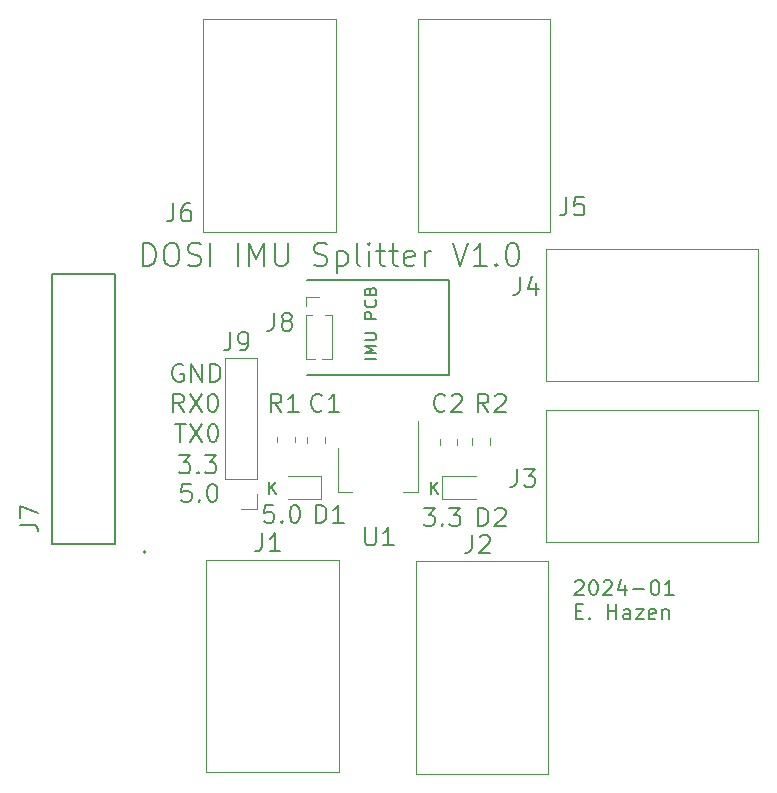
<source format=gbr>
%TF.GenerationSoftware,KiCad,Pcbnew,7.0.10-7.0.10~ubuntu22.04.1*%
%TF.CreationDate,2024-01-24T10:38:26-05:00*%
%TF.ProjectId,imu-splitter,696d752d-7370-46c6-9974-7465722e6b69,rev?*%
%TF.SameCoordinates,Original*%
%TF.FileFunction,Legend,Top*%
%TF.FilePolarity,Positive*%
%FSLAX46Y46*%
G04 Gerber Fmt 4.6, Leading zero omitted, Abs format (unit mm)*
G04 Created by KiCad (PCBNEW 7.0.10-7.0.10~ubuntu22.04.1) date 2024-01-24 10:38:26*
%MOMM*%
%LPD*%
G01*
G04 APERTURE LIST*
%ADD10C,0.152400*%
%ADD11C,0.203200*%
%ADD12C,0.150000*%
%ADD13C,0.100000*%
%ADD14C,0.120000*%
%ADD15C,0.200000*%
G04 APERTURE END LIST*
D10*
X206689167Y-117496903D02*
X206749643Y-117436427D01*
X206749643Y-117436427D02*
X206870596Y-117375951D01*
X206870596Y-117375951D02*
X207172977Y-117375951D01*
X207172977Y-117375951D02*
X207293929Y-117436427D01*
X207293929Y-117436427D02*
X207354405Y-117496903D01*
X207354405Y-117496903D02*
X207414882Y-117617855D01*
X207414882Y-117617855D02*
X207414882Y-117738808D01*
X207414882Y-117738808D02*
X207354405Y-117920236D01*
X207354405Y-117920236D02*
X206628691Y-118645951D01*
X206628691Y-118645951D02*
X207414882Y-118645951D01*
X208201072Y-117375951D02*
X208322025Y-117375951D01*
X208322025Y-117375951D02*
X208442977Y-117436427D01*
X208442977Y-117436427D02*
X208503453Y-117496903D01*
X208503453Y-117496903D02*
X208563929Y-117617855D01*
X208563929Y-117617855D02*
X208624406Y-117859760D01*
X208624406Y-117859760D02*
X208624406Y-118162141D01*
X208624406Y-118162141D02*
X208563929Y-118404046D01*
X208563929Y-118404046D02*
X208503453Y-118524998D01*
X208503453Y-118524998D02*
X208442977Y-118585475D01*
X208442977Y-118585475D02*
X208322025Y-118645951D01*
X208322025Y-118645951D02*
X208201072Y-118645951D01*
X208201072Y-118645951D02*
X208080120Y-118585475D01*
X208080120Y-118585475D02*
X208019644Y-118524998D01*
X208019644Y-118524998D02*
X207959167Y-118404046D01*
X207959167Y-118404046D02*
X207898691Y-118162141D01*
X207898691Y-118162141D02*
X207898691Y-117859760D01*
X207898691Y-117859760D02*
X207959167Y-117617855D01*
X207959167Y-117617855D02*
X208019644Y-117496903D01*
X208019644Y-117496903D02*
X208080120Y-117436427D01*
X208080120Y-117436427D02*
X208201072Y-117375951D01*
X209108215Y-117496903D02*
X209168691Y-117436427D01*
X209168691Y-117436427D02*
X209289644Y-117375951D01*
X209289644Y-117375951D02*
X209592025Y-117375951D01*
X209592025Y-117375951D02*
X209712977Y-117436427D01*
X209712977Y-117436427D02*
X209773453Y-117496903D01*
X209773453Y-117496903D02*
X209833930Y-117617855D01*
X209833930Y-117617855D02*
X209833930Y-117738808D01*
X209833930Y-117738808D02*
X209773453Y-117920236D01*
X209773453Y-117920236D02*
X209047739Y-118645951D01*
X209047739Y-118645951D02*
X209833930Y-118645951D01*
X210922501Y-117799284D02*
X210922501Y-118645951D01*
X210620120Y-117315475D02*
X210317739Y-118222617D01*
X210317739Y-118222617D02*
X211103930Y-118222617D01*
X211587739Y-118162141D02*
X212555359Y-118162141D01*
X213402025Y-117375951D02*
X213522978Y-117375951D01*
X213522978Y-117375951D02*
X213643930Y-117436427D01*
X213643930Y-117436427D02*
X213704406Y-117496903D01*
X213704406Y-117496903D02*
X213764882Y-117617855D01*
X213764882Y-117617855D02*
X213825359Y-117859760D01*
X213825359Y-117859760D02*
X213825359Y-118162141D01*
X213825359Y-118162141D02*
X213764882Y-118404046D01*
X213764882Y-118404046D02*
X213704406Y-118524998D01*
X213704406Y-118524998D02*
X213643930Y-118585475D01*
X213643930Y-118585475D02*
X213522978Y-118645951D01*
X213522978Y-118645951D02*
X213402025Y-118645951D01*
X213402025Y-118645951D02*
X213281073Y-118585475D01*
X213281073Y-118585475D02*
X213220597Y-118524998D01*
X213220597Y-118524998D02*
X213160120Y-118404046D01*
X213160120Y-118404046D02*
X213099644Y-118162141D01*
X213099644Y-118162141D02*
X213099644Y-117859760D01*
X213099644Y-117859760D02*
X213160120Y-117617855D01*
X213160120Y-117617855D02*
X213220597Y-117496903D01*
X213220597Y-117496903D02*
X213281073Y-117436427D01*
X213281073Y-117436427D02*
X213402025Y-117375951D01*
X215034883Y-118645951D02*
X214309168Y-118645951D01*
X214672025Y-118645951D02*
X214672025Y-117375951D01*
X214672025Y-117375951D02*
X214551073Y-117557379D01*
X214551073Y-117557379D02*
X214430121Y-117678332D01*
X214430121Y-117678332D02*
X214309168Y-117738808D01*
X206749643Y-120025413D02*
X207172977Y-120025413D01*
X207354405Y-120690651D02*
X206749643Y-120690651D01*
X206749643Y-120690651D02*
X206749643Y-119420651D01*
X206749643Y-119420651D02*
X207354405Y-119420651D01*
X207898691Y-120569698D02*
X207959168Y-120630175D01*
X207959168Y-120630175D02*
X207898691Y-120690651D01*
X207898691Y-120690651D02*
X207838215Y-120630175D01*
X207838215Y-120630175D02*
X207898691Y-120569698D01*
X207898691Y-120569698D02*
X207898691Y-120690651D01*
X209471072Y-120690651D02*
X209471072Y-119420651D01*
X209471072Y-120025413D02*
X210196787Y-120025413D01*
X210196787Y-120690651D02*
X210196787Y-119420651D01*
X211345834Y-120690651D02*
X211345834Y-120025413D01*
X211345834Y-120025413D02*
X211285358Y-119904460D01*
X211285358Y-119904460D02*
X211164406Y-119843984D01*
X211164406Y-119843984D02*
X210922501Y-119843984D01*
X210922501Y-119843984D02*
X210801548Y-119904460D01*
X211345834Y-120630175D02*
X211224882Y-120690651D01*
X211224882Y-120690651D02*
X210922501Y-120690651D01*
X210922501Y-120690651D02*
X210801548Y-120630175D01*
X210801548Y-120630175D02*
X210741072Y-120509222D01*
X210741072Y-120509222D02*
X210741072Y-120388270D01*
X210741072Y-120388270D02*
X210801548Y-120267317D01*
X210801548Y-120267317D02*
X210922501Y-120206841D01*
X210922501Y-120206841D02*
X211224882Y-120206841D01*
X211224882Y-120206841D02*
X211345834Y-120146365D01*
X211829644Y-119843984D02*
X212494882Y-119843984D01*
X212494882Y-119843984D02*
X211829644Y-120690651D01*
X211829644Y-120690651D02*
X212494882Y-120690651D01*
X213462501Y-120630175D02*
X213341549Y-120690651D01*
X213341549Y-120690651D02*
X213099644Y-120690651D01*
X213099644Y-120690651D02*
X212978691Y-120630175D01*
X212978691Y-120630175D02*
X212918215Y-120509222D01*
X212918215Y-120509222D02*
X212918215Y-120025413D01*
X212918215Y-120025413D02*
X212978691Y-119904460D01*
X212978691Y-119904460D02*
X213099644Y-119843984D01*
X213099644Y-119843984D02*
X213341549Y-119843984D01*
X213341549Y-119843984D02*
X213462501Y-119904460D01*
X213462501Y-119904460D02*
X213522977Y-120025413D01*
X213522977Y-120025413D02*
X213522977Y-120146365D01*
X213522977Y-120146365D02*
X212918215Y-120267317D01*
X214067262Y-119843984D02*
X214067262Y-120690651D01*
X214067262Y-119964936D02*
X214127739Y-119904460D01*
X214127739Y-119904460D02*
X214248691Y-119843984D01*
X214248691Y-119843984D02*
X214430120Y-119843984D01*
X214430120Y-119843984D02*
X214551072Y-119904460D01*
X214551072Y-119904460D02*
X214611548Y-120025413D01*
X214611548Y-120025413D02*
X214611548Y-120690651D01*
D11*
X170104255Y-90765297D02*
X170104255Y-88860297D01*
X170104255Y-88860297D02*
X170557826Y-88860297D01*
X170557826Y-88860297D02*
X170829969Y-88951011D01*
X170829969Y-88951011D02*
X171011398Y-89132440D01*
X171011398Y-89132440D02*
X171102112Y-89313868D01*
X171102112Y-89313868D02*
X171192826Y-89676725D01*
X171192826Y-89676725D02*
X171192826Y-89948868D01*
X171192826Y-89948868D02*
X171102112Y-90311725D01*
X171102112Y-90311725D02*
X171011398Y-90493154D01*
X171011398Y-90493154D02*
X170829969Y-90674583D01*
X170829969Y-90674583D02*
X170557826Y-90765297D01*
X170557826Y-90765297D02*
X170104255Y-90765297D01*
X172372112Y-88860297D02*
X172734969Y-88860297D01*
X172734969Y-88860297D02*
X172916398Y-88951011D01*
X172916398Y-88951011D02*
X173097826Y-89132440D01*
X173097826Y-89132440D02*
X173188541Y-89495297D01*
X173188541Y-89495297D02*
X173188541Y-90130297D01*
X173188541Y-90130297D02*
X173097826Y-90493154D01*
X173097826Y-90493154D02*
X172916398Y-90674583D01*
X172916398Y-90674583D02*
X172734969Y-90765297D01*
X172734969Y-90765297D02*
X172372112Y-90765297D01*
X172372112Y-90765297D02*
X172190684Y-90674583D01*
X172190684Y-90674583D02*
X172009255Y-90493154D01*
X172009255Y-90493154D02*
X171918541Y-90130297D01*
X171918541Y-90130297D02*
X171918541Y-89495297D01*
X171918541Y-89495297D02*
X172009255Y-89132440D01*
X172009255Y-89132440D02*
X172190684Y-88951011D01*
X172190684Y-88951011D02*
X172372112Y-88860297D01*
X173914255Y-90674583D02*
X174186398Y-90765297D01*
X174186398Y-90765297D02*
X174639969Y-90765297D01*
X174639969Y-90765297D02*
X174821398Y-90674583D01*
X174821398Y-90674583D02*
X174912112Y-90583868D01*
X174912112Y-90583868D02*
X175002826Y-90402440D01*
X175002826Y-90402440D02*
X175002826Y-90221011D01*
X175002826Y-90221011D02*
X174912112Y-90039583D01*
X174912112Y-90039583D02*
X174821398Y-89948868D01*
X174821398Y-89948868D02*
X174639969Y-89858154D01*
X174639969Y-89858154D02*
X174277112Y-89767440D01*
X174277112Y-89767440D02*
X174095683Y-89676725D01*
X174095683Y-89676725D02*
X174004969Y-89586011D01*
X174004969Y-89586011D02*
X173914255Y-89404583D01*
X173914255Y-89404583D02*
X173914255Y-89223154D01*
X173914255Y-89223154D02*
X174004969Y-89041725D01*
X174004969Y-89041725D02*
X174095683Y-88951011D01*
X174095683Y-88951011D02*
X174277112Y-88860297D01*
X174277112Y-88860297D02*
X174730683Y-88860297D01*
X174730683Y-88860297D02*
X175002826Y-88951011D01*
X175819255Y-90765297D02*
X175819255Y-88860297D01*
X178177827Y-90765297D02*
X178177827Y-88860297D01*
X179084970Y-90765297D02*
X179084970Y-88860297D01*
X179084970Y-88860297D02*
X179719970Y-90221011D01*
X179719970Y-90221011D02*
X180354970Y-88860297D01*
X180354970Y-88860297D02*
X180354970Y-90765297D01*
X181262113Y-88860297D02*
X181262113Y-90402440D01*
X181262113Y-90402440D02*
X181352827Y-90583868D01*
X181352827Y-90583868D02*
X181443542Y-90674583D01*
X181443542Y-90674583D02*
X181624970Y-90765297D01*
X181624970Y-90765297D02*
X181987827Y-90765297D01*
X181987827Y-90765297D02*
X182169256Y-90674583D01*
X182169256Y-90674583D02*
X182259970Y-90583868D01*
X182259970Y-90583868D02*
X182350684Y-90402440D01*
X182350684Y-90402440D02*
X182350684Y-88860297D01*
X184618542Y-90674583D02*
X184890685Y-90765297D01*
X184890685Y-90765297D02*
X185344256Y-90765297D01*
X185344256Y-90765297D02*
X185525685Y-90674583D01*
X185525685Y-90674583D02*
X185616399Y-90583868D01*
X185616399Y-90583868D02*
X185707113Y-90402440D01*
X185707113Y-90402440D02*
X185707113Y-90221011D01*
X185707113Y-90221011D02*
X185616399Y-90039583D01*
X185616399Y-90039583D02*
X185525685Y-89948868D01*
X185525685Y-89948868D02*
X185344256Y-89858154D01*
X185344256Y-89858154D02*
X184981399Y-89767440D01*
X184981399Y-89767440D02*
X184799970Y-89676725D01*
X184799970Y-89676725D02*
X184709256Y-89586011D01*
X184709256Y-89586011D02*
X184618542Y-89404583D01*
X184618542Y-89404583D02*
X184618542Y-89223154D01*
X184618542Y-89223154D02*
X184709256Y-89041725D01*
X184709256Y-89041725D02*
X184799970Y-88951011D01*
X184799970Y-88951011D02*
X184981399Y-88860297D01*
X184981399Y-88860297D02*
X185434970Y-88860297D01*
X185434970Y-88860297D02*
X185707113Y-88951011D01*
X186523542Y-89495297D02*
X186523542Y-91400297D01*
X186523542Y-89586011D02*
X186704971Y-89495297D01*
X186704971Y-89495297D02*
X187067828Y-89495297D01*
X187067828Y-89495297D02*
X187249256Y-89586011D01*
X187249256Y-89586011D02*
X187339971Y-89676725D01*
X187339971Y-89676725D02*
X187430685Y-89858154D01*
X187430685Y-89858154D02*
X187430685Y-90402440D01*
X187430685Y-90402440D02*
X187339971Y-90583868D01*
X187339971Y-90583868D02*
X187249256Y-90674583D01*
X187249256Y-90674583D02*
X187067828Y-90765297D01*
X187067828Y-90765297D02*
X186704971Y-90765297D01*
X186704971Y-90765297D02*
X186523542Y-90674583D01*
X188519256Y-90765297D02*
X188337827Y-90674583D01*
X188337827Y-90674583D02*
X188247113Y-90493154D01*
X188247113Y-90493154D02*
X188247113Y-88860297D01*
X189244970Y-90765297D02*
X189244970Y-89495297D01*
X189244970Y-88860297D02*
X189154256Y-88951011D01*
X189154256Y-88951011D02*
X189244970Y-89041725D01*
X189244970Y-89041725D02*
X189335684Y-88951011D01*
X189335684Y-88951011D02*
X189244970Y-88860297D01*
X189244970Y-88860297D02*
X189244970Y-89041725D01*
X189879970Y-89495297D02*
X190605684Y-89495297D01*
X190152113Y-88860297D02*
X190152113Y-90493154D01*
X190152113Y-90493154D02*
X190242827Y-90674583D01*
X190242827Y-90674583D02*
X190424256Y-90765297D01*
X190424256Y-90765297D02*
X190605684Y-90765297D01*
X190968541Y-89495297D02*
X191694255Y-89495297D01*
X191240684Y-88860297D02*
X191240684Y-90493154D01*
X191240684Y-90493154D02*
X191331398Y-90674583D01*
X191331398Y-90674583D02*
X191512827Y-90765297D01*
X191512827Y-90765297D02*
X191694255Y-90765297D01*
X193054969Y-90674583D02*
X192873541Y-90765297D01*
X192873541Y-90765297D02*
X192510684Y-90765297D01*
X192510684Y-90765297D02*
X192329255Y-90674583D01*
X192329255Y-90674583D02*
X192238541Y-90493154D01*
X192238541Y-90493154D02*
X192238541Y-89767440D01*
X192238541Y-89767440D02*
X192329255Y-89586011D01*
X192329255Y-89586011D02*
X192510684Y-89495297D01*
X192510684Y-89495297D02*
X192873541Y-89495297D01*
X192873541Y-89495297D02*
X193054969Y-89586011D01*
X193054969Y-89586011D02*
X193145684Y-89767440D01*
X193145684Y-89767440D02*
X193145684Y-89948868D01*
X193145684Y-89948868D02*
X192238541Y-90130297D01*
X193962112Y-90765297D02*
X193962112Y-89495297D01*
X193962112Y-89858154D02*
X194052826Y-89676725D01*
X194052826Y-89676725D02*
X194143541Y-89586011D01*
X194143541Y-89586011D02*
X194324969Y-89495297D01*
X194324969Y-89495297D02*
X194506398Y-89495297D01*
X196320684Y-88860297D02*
X196955684Y-90765297D01*
X196955684Y-90765297D02*
X197590684Y-88860297D01*
X199223541Y-90765297D02*
X198134970Y-90765297D01*
X198679255Y-90765297D02*
X198679255Y-88860297D01*
X198679255Y-88860297D02*
X198497827Y-89132440D01*
X198497827Y-89132440D02*
X198316398Y-89313868D01*
X198316398Y-89313868D02*
X198134970Y-89404583D01*
X200039970Y-90583868D02*
X200130684Y-90674583D01*
X200130684Y-90674583D02*
X200039970Y-90765297D01*
X200039970Y-90765297D02*
X199949256Y-90674583D01*
X199949256Y-90674583D02*
X200039970Y-90583868D01*
X200039970Y-90583868D02*
X200039970Y-90765297D01*
X201309970Y-88860297D02*
X201491399Y-88860297D01*
X201491399Y-88860297D02*
X201672827Y-88951011D01*
X201672827Y-88951011D02*
X201763542Y-89041725D01*
X201763542Y-89041725D02*
X201854256Y-89223154D01*
X201854256Y-89223154D02*
X201944970Y-89586011D01*
X201944970Y-89586011D02*
X201944970Y-90039583D01*
X201944970Y-90039583D02*
X201854256Y-90402440D01*
X201854256Y-90402440D02*
X201763542Y-90583868D01*
X201763542Y-90583868D02*
X201672827Y-90674583D01*
X201672827Y-90674583D02*
X201491399Y-90765297D01*
X201491399Y-90765297D02*
X201309970Y-90765297D01*
X201309970Y-90765297D02*
X201128542Y-90674583D01*
X201128542Y-90674583D02*
X201037827Y-90583868D01*
X201037827Y-90583868D02*
X200947113Y-90402440D01*
X200947113Y-90402440D02*
X200856399Y-90039583D01*
X200856399Y-90039583D02*
X200856399Y-89586011D01*
X200856399Y-89586011D02*
X200947113Y-89223154D01*
X200947113Y-89223154D02*
X201037827Y-89041725D01*
X201037827Y-89041725D02*
X201128542Y-88951011D01*
X201128542Y-88951011D02*
X201309970Y-88860297D01*
X181153255Y-111004924D02*
X180427541Y-111004924D01*
X180427541Y-111004924D02*
X180354969Y-111730638D01*
X180354969Y-111730638D02*
X180427541Y-111658067D01*
X180427541Y-111658067D02*
X180572684Y-111585495D01*
X180572684Y-111585495D02*
X180935541Y-111585495D01*
X180935541Y-111585495D02*
X181080684Y-111658067D01*
X181080684Y-111658067D02*
X181153255Y-111730638D01*
X181153255Y-111730638D02*
X181225826Y-111875781D01*
X181225826Y-111875781D02*
X181225826Y-112238638D01*
X181225826Y-112238638D02*
X181153255Y-112383781D01*
X181153255Y-112383781D02*
X181080684Y-112456353D01*
X181080684Y-112456353D02*
X180935541Y-112528924D01*
X180935541Y-112528924D02*
X180572684Y-112528924D01*
X180572684Y-112528924D02*
X180427541Y-112456353D01*
X180427541Y-112456353D02*
X180354969Y-112383781D01*
X181878970Y-112383781D02*
X181951541Y-112456353D01*
X181951541Y-112456353D02*
X181878970Y-112528924D01*
X181878970Y-112528924D02*
X181806398Y-112456353D01*
X181806398Y-112456353D02*
X181878970Y-112383781D01*
X181878970Y-112383781D02*
X181878970Y-112528924D01*
X182894969Y-111004924D02*
X183040112Y-111004924D01*
X183040112Y-111004924D02*
X183185255Y-111077495D01*
X183185255Y-111077495D02*
X183257827Y-111150067D01*
X183257827Y-111150067D02*
X183330398Y-111295210D01*
X183330398Y-111295210D02*
X183402969Y-111585495D01*
X183402969Y-111585495D02*
X183402969Y-111948353D01*
X183402969Y-111948353D02*
X183330398Y-112238638D01*
X183330398Y-112238638D02*
X183257827Y-112383781D01*
X183257827Y-112383781D02*
X183185255Y-112456353D01*
X183185255Y-112456353D02*
X183040112Y-112528924D01*
X183040112Y-112528924D02*
X182894969Y-112528924D01*
X182894969Y-112528924D02*
X182749827Y-112456353D01*
X182749827Y-112456353D02*
X182677255Y-112383781D01*
X182677255Y-112383781D02*
X182604684Y-112238638D01*
X182604684Y-112238638D02*
X182532112Y-111948353D01*
X182532112Y-111948353D02*
X182532112Y-111585495D01*
X182532112Y-111585495D02*
X182604684Y-111295210D01*
X182604684Y-111295210D02*
X182677255Y-111150067D01*
X182677255Y-111150067D02*
X182749827Y-111077495D01*
X182749827Y-111077495D02*
X182894969Y-111004924D01*
X193871398Y-111258924D02*
X194814826Y-111258924D01*
X194814826Y-111258924D02*
X194306826Y-111839495D01*
X194306826Y-111839495D02*
X194524541Y-111839495D01*
X194524541Y-111839495D02*
X194669684Y-111912067D01*
X194669684Y-111912067D02*
X194742255Y-111984638D01*
X194742255Y-111984638D02*
X194814826Y-112129781D01*
X194814826Y-112129781D02*
X194814826Y-112492638D01*
X194814826Y-112492638D02*
X194742255Y-112637781D01*
X194742255Y-112637781D02*
X194669684Y-112710353D01*
X194669684Y-112710353D02*
X194524541Y-112782924D01*
X194524541Y-112782924D02*
X194089112Y-112782924D01*
X194089112Y-112782924D02*
X193943969Y-112710353D01*
X193943969Y-112710353D02*
X193871398Y-112637781D01*
X195467970Y-112637781D02*
X195540541Y-112710353D01*
X195540541Y-112710353D02*
X195467970Y-112782924D01*
X195467970Y-112782924D02*
X195395398Y-112710353D01*
X195395398Y-112710353D02*
X195467970Y-112637781D01*
X195467970Y-112637781D02*
X195467970Y-112782924D01*
X196048541Y-111258924D02*
X196991969Y-111258924D01*
X196991969Y-111258924D02*
X196483969Y-111839495D01*
X196483969Y-111839495D02*
X196701684Y-111839495D01*
X196701684Y-111839495D02*
X196846827Y-111912067D01*
X196846827Y-111912067D02*
X196919398Y-111984638D01*
X196919398Y-111984638D02*
X196991969Y-112129781D01*
X196991969Y-112129781D02*
X196991969Y-112492638D01*
X196991969Y-112492638D02*
X196919398Y-112637781D01*
X196919398Y-112637781D02*
X196846827Y-112710353D01*
X196846827Y-112710353D02*
X196701684Y-112782924D01*
X196701684Y-112782924D02*
X196266255Y-112782924D01*
X196266255Y-112782924D02*
X196121112Y-112710353D01*
X196121112Y-112710353D02*
X196048541Y-112637781D01*
D12*
X196000000Y-100000000D02*
X184000000Y-100000000D01*
X196000000Y-92000000D02*
X196000000Y-100000000D01*
X184000000Y-92000000D02*
X196000000Y-92000000D01*
D11*
X172843826Y-104146924D02*
X173714684Y-104146924D01*
X173279255Y-105670924D02*
X173279255Y-104146924D01*
X174077541Y-104146924D02*
X175093541Y-105670924D01*
X175093541Y-104146924D02*
X174077541Y-105670924D01*
X175964398Y-104146924D02*
X176109541Y-104146924D01*
X176109541Y-104146924D02*
X176254684Y-104219495D01*
X176254684Y-104219495D02*
X176327256Y-104292067D01*
X176327256Y-104292067D02*
X176399827Y-104437210D01*
X176399827Y-104437210D02*
X176472398Y-104727495D01*
X176472398Y-104727495D02*
X176472398Y-105090353D01*
X176472398Y-105090353D02*
X176399827Y-105380638D01*
X176399827Y-105380638D02*
X176327256Y-105525781D01*
X176327256Y-105525781D02*
X176254684Y-105598353D01*
X176254684Y-105598353D02*
X176109541Y-105670924D01*
X176109541Y-105670924D02*
X175964398Y-105670924D01*
X175964398Y-105670924D02*
X175819256Y-105598353D01*
X175819256Y-105598353D02*
X175746684Y-105525781D01*
X175746684Y-105525781D02*
X175674113Y-105380638D01*
X175674113Y-105380638D02*
X175601541Y-105090353D01*
X175601541Y-105090353D02*
X175601541Y-104727495D01*
X175601541Y-104727495D02*
X175674113Y-104437210D01*
X175674113Y-104437210D02*
X175746684Y-104292067D01*
X175746684Y-104292067D02*
X175819256Y-104219495D01*
X175819256Y-104219495D02*
X175964398Y-104146924D01*
X173170398Y-106813924D02*
X174113826Y-106813924D01*
X174113826Y-106813924D02*
X173605826Y-107394495D01*
X173605826Y-107394495D02*
X173823541Y-107394495D01*
X173823541Y-107394495D02*
X173968684Y-107467067D01*
X173968684Y-107467067D02*
X174041255Y-107539638D01*
X174041255Y-107539638D02*
X174113826Y-107684781D01*
X174113826Y-107684781D02*
X174113826Y-108047638D01*
X174113826Y-108047638D02*
X174041255Y-108192781D01*
X174041255Y-108192781D02*
X173968684Y-108265353D01*
X173968684Y-108265353D02*
X173823541Y-108337924D01*
X173823541Y-108337924D02*
X173388112Y-108337924D01*
X173388112Y-108337924D02*
X173242969Y-108265353D01*
X173242969Y-108265353D02*
X173170398Y-108192781D01*
X174766970Y-108192781D02*
X174839541Y-108265353D01*
X174839541Y-108265353D02*
X174766970Y-108337924D01*
X174766970Y-108337924D02*
X174694398Y-108265353D01*
X174694398Y-108265353D02*
X174766970Y-108192781D01*
X174766970Y-108192781D02*
X174766970Y-108337924D01*
X175347541Y-106813924D02*
X176290969Y-106813924D01*
X176290969Y-106813924D02*
X175782969Y-107394495D01*
X175782969Y-107394495D02*
X176000684Y-107394495D01*
X176000684Y-107394495D02*
X176145827Y-107467067D01*
X176145827Y-107467067D02*
X176218398Y-107539638D01*
X176218398Y-107539638D02*
X176290969Y-107684781D01*
X176290969Y-107684781D02*
X176290969Y-108047638D01*
X176290969Y-108047638D02*
X176218398Y-108192781D01*
X176218398Y-108192781D02*
X176145827Y-108265353D01*
X176145827Y-108265353D02*
X176000684Y-108337924D01*
X176000684Y-108337924D02*
X175565255Y-108337924D01*
X175565255Y-108337924D02*
X175420112Y-108265353D01*
X175420112Y-108265353D02*
X175347541Y-108192781D01*
X173478826Y-99139495D02*
X173333684Y-99066924D01*
X173333684Y-99066924D02*
X173115969Y-99066924D01*
X173115969Y-99066924D02*
X172898255Y-99139495D01*
X172898255Y-99139495D02*
X172753112Y-99284638D01*
X172753112Y-99284638D02*
X172680541Y-99429781D01*
X172680541Y-99429781D02*
X172607969Y-99720067D01*
X172607969Y-99720067D02*
X172607969Y-99937781D01*
X172607969Y-99937781D02*
X172680541Y-100228067D01*
X172680541Y-100228067D02*
X172753112Y-100373210D01*
X172753112Y-100373210D02*
X172898255Y-100518353D01*
X172898255Y-100518353D02*
X173115969Y-100590924D01*
X173115969Y-100590924D02*
X173261112Y-100590924D01*
X173261112Y-100590924D02*
X173478826Y-100518353D01*
X173478826Y-100518353D02*
X173551398Y-100445781D01*
X173551398Y-100445781D02*
X173551398Y-99937781D01*
X173551398Y-99937781D02*
X173261112Y-99937781D01*
X174204541Y-100590924D02*
X174204541Y-99066924D01*
X174204541Y-99066924D02*
X175075398Y-100590924D01*
X175075398Y-100590924D02*
X175075398Y-99066924D01*
X175801112Y-100590924D02*
X175801112Y-99066924D01*
X175801112Y-99066924D02*
X176163969Y-99066924D01*
X176163969Y-99066924D02*
X176381683Y-99139495D01*
X176381683Y-99139495D02*
X176526826Y-99284638D01*
X176526826Y-99284638D02*
X176599397Y-99429781D01*
X176599397Y-99429781D02*
X176671969Y-99720067D01*
X176671969Y-99720067D02*
X176671969Y-99937781D01*
X176671969Y-99937781D02*
X176599397Y-100228067D01*
X176599397Y-100228067D02*
X176526826Y-100373210D01*
X176526826Y-100373210D02*
X176381683Y-100518353D01*
X176381683Y-100518353D02*
X176163969Y-100590924D01*
X176163969Y-100590924D02*
X175801112Y-100590924D01*
X173551398Y-103130924D02*
X173043398Y-102405210D01*
X172680541Y-103130924D02*
X172680541Y-101606924D01*
X172680541Y-101606924D02*
X173261112Y-101606924D01*
X173261112Y-101606924D02*
X173406255Y-101679495D01*
X173406255Y-101679495D02*
X173478826Y-101752067D01*
X173478826Y-101752067D02*
X173551398Y-101897210D01*
X173551398Y-101897210D02*
X173551398Y-102114924D01*
X173551398Y-102114924D02*
X173478826Y-102260067D01*
X173478826Y-102260067D02*
X173406255Y-102332638D01*
X173406255Y-102332638D02*
X173261112Y-102405210D01*
X173261112Y-102405210D02*
X172680541Y-102405210D01*
X174059398Y-101606924D02*
X175075398Y-103130924D01*
X175075398Y-101606924D02*
X174059398Y-103130924D01*
X175946255Y-101606924D02*
X176091398Y-101606924D01*
X176091398Y-101606924D02*
X176236541Y-101679495D01*
X176236541Y-101679495D02*
X176309113Y-101752067D01*
X176309113Y-101752067D02*
X176381684Y-101897210D01*
X176381684Y-101897210D02*
X176454255Y-102187495D01*
X176454255Y-102187495D02*
X176454255Y-102550353D01*
X176454255Y-102550353D02*
X176381684Y-102840638D01*
X176381684Y-102840638D02*
X176309113Y-102985781D01*
X176309113Y-102985781D02*
X176236541Y-103058353D01*
X176236541Y-103058353D02*
X176091398Y-103130924D01*
X176091398Y-103130924D02*
X175946255Y-103130924D01*
X175946255Y-103130924D02*
X175801113Y-103058353D01*
X175801113Y-103058353D02*
X175728541Y-102985781D01*
X175728541Y-102985781D02*
X175655970Y-102840638D01*
X175655970Y-102840638D02*
X175583398Y-102550353D01*
X175583398Y-102550353D02*
X175583398Y-102187495D01*
X175583398Y-102187495D02*
X175655970Y-101897210D01*
X175655970Y-101897210D02*
X175728541Y-101752067D01*
X175728541Y-101752067D02*
X175801113Y-101679495D01*
X175801113Y-101679495D02*
X175946255Y-101606924D01*
D12*
X180775779Y-110055819D02*
X180775779Y-109055819D01*
X181347207Y-110055819D02*
X180918636Y-109484390D01*
X181347207Y-109055819D02*
X180775779Y-109627247D01*
X194491779Y-110055819D02*
X194491779Y-109055819D01*
X195063207Y-110055819D02*
X194634636Y-109484390D01*
X195063207Y-109055819D02*
X194491779Y-109627247D01*
X189869819Y-98663220D02*
X188869819Y-98663220D01*
X189869819Y-98187030D02*
X188869819Y-98187030D01*
X188869819Y-98187030D02*
X189584104Y-97853697D01*
X189584104Y-97853697D02*
X188869819Y-97520364D01*
X188869819Y-97520364D02*
X189869819Y-97520364D01*
X188869819Y-97044173D02*
X189679342Y-97044173D01*
X189679342Y-97044173D02*
X189774580Y-96996554D01*
X189774580Y-96996554D02*
X189822200Y-96948935D01*
X189822200Y-96948935D02*
X189869819Y-96853697D01*
X189869819Y-96853697D02*
X189869819Y-96663221D01*
X189869819Y-96663221D02*
X189822200Y-96567983D01*
X189822200Y-96567983D02*
X189774580Y-96520364D01*
X189774580Y-96520364D02*
X189679342Y-96472745D01*
X189679342Y-96472745D02*
X188869819Y-96472745D01*
X189869819Y-95234649D02*
X188869819Y-95234649D01*
X188869819Y-95234649D02*
X188869819Y-94853697D01*
X188869819Y-94853697D02*
X188917438Y-94758459D01*
X188917438Y-94758459D02*
X188965057Y-94710840D01*
X188965057Y-94710840D02*
X189060295Y-94663221D01*
X189060295Y-94663221D02*
X189203152Y-94663221D01*
X189203152Y-94663221D02*
X189298390Y-94710840D01*
X189298390Y-94710840D02*
X189346009Y-94758459D01*
X189346009Y-94758459D02*
X189393628Y-94853697D01*
X189393628Y-94853697D02*
X189393628Y-95234649D01*
X189774580Y-93663221D02*
X189822200Y-93710840D01*
X189822200Y-93710840D02*
X189869819Y-93853697D01*
X189869819Y-93853697D02*
X189869819Y-93948935D01*
X189869819Y-93948935D02*
X189822200Y-94091792D01*
X189822200Y-94091792D02*
X189726961Y-94187030D01*
X189726961Y-94187030D02*
X189631723Y-94234649D01*
X189631723Y-94234649D02*
X189441247Y-94282268D01*
X189441247Y-94282268D02*
X189298390Y-94282268D01*
X189298390Y-94282268D02*
X189107914Y-94234649D01*
X189107914Y-94234649D02*
X189012676Y-94187030D01*
X189012676Y-94187030D02*
X188917438Y-94091792D01*
X188917438Y-94091792D02*
X188869819Y-93948935D01*
X188869819Y-93948935D02*
X188869819Y-93853697D01*
X188869819Y-93853697D02*
X188917438Y-93710840D01*
X188917438Y-93710840D02*
X188965057Y-93663221D01*
X189346009Y-92901316D02*
X189393628Y-92758459D01*
X189393628Y-92758459D02*
X189441247Y-92710840D01*
X189441247Y-92710840D02*
X189536485Y-92663221D01*
X189536485Y-92663221D02*
X189679342Y-92663221D01*
X189679342Y-92663221D02*
X189774580Y-92710840D01*
X189774580Y-92710840D02*
X189822200Y-92758459D01*
X189822200Y-92758459D02*
X189869819Y-92853697D01*
X189869819Y-92853697D02*
X189869819Y-93234649D01*
X189869819Y-93234649D02*
X188869819Y-93234649D01*
X188869819Y-93234649D02*
X188869819Y-92901316D01*
X188869819Y-92901316D02*
X188917438Y-92806078D01*
X188917438Y-92806078D02*
X188965057Y-92758459D01*
X188965057Y-92758459D02*
X189060295Y-92710840D01*
X189060295Y-92710840D02*
X189155533Y-92710840D01*
X189155533Y-92710840D02*
X189250771Y-92758459D01*
X189250771Y-92758459D02*
X189298390Y-92806078D01*
X189298390Y-92806078D02*
X189346009Y-92901316D01*
X189346009Y-92901316D02*
X189346009Y-93234649D01*
D11*
X174168255Y-109226924D02*
X173442541Y-109226924D01*
X173442541Y-109226924D02*
X173369969Y-109952638D01*
X173369969Y-109952638D02*
X173442541Y-109880067D01*
X173442541Y-109880067D02*
X173587684Y-109807495D01*
X173587684Y-109807495D02*
X173950541Y-109807495D01*
X173950541Y-109807495D02*
X174095684Y-109880067D01*
X174095684Y-109880067D02*
X174168255Y-109952638D01*
X174168255Y-109952638D02*
X174240826Y-110097781D01*
X174240826Y-110097781D02*
X174240826Y-110460638D01*
X174240826Y-110460638D02*
X174168255Y-110605781D01*
X174168255Y-110605781D02*
X174095684Y-110678353D01*
X174095684Y-110678353D02*
X173950541Y-110750924D01*
X173950541Y-110750924D02*
X173587684Y-110750924D01*
X173587684Y-110750924D02*
X173442541Y-110678353D01*
X173442541Y-110678353D02*
X173369969Y-110605781D01*
X174893970Y-110605781D02*
X174966541Y-110678353D01*
X174966541Y-110678353D02*
X174893970Y-110750924D01*
X174893970Y-110750924D02*
X174821398Y-110678353D01*
X174821398Y-110678353D02*
X174893970Y-110605781D01*
X174893970Y-110605781D02*
X174893970Y-110750924D01*
X175909969Y-109226924D02*
X176055112Y-109226924D01*
X176055112Y-109226924D02*
X176200255Y-109299495D01*
X176200255Y-109299495D02*
X176272827Y-109372067D01*
X176272827Y-109372067D02*
X176345398Y-109517210D01*
X176345398Y-109517210D02*
X176417969Y-109807495D01*
X176417969Y-109807495D02*
X176417969Y-110170353D01*
X176417969Y-110170353D02*
X176345398Y-110460638D01*
X176345398Y-110460638D02*
X176272827Y-110605781D01*
X176272827Y-110605781D02*
X176200255Y-110678353D01*
X176200255Y-110678353D02*
X176055112Y-110750924D01*
X176055112Y-110750924D02*
X175909969Y-110750924D01*
X175909969Y-110750924D02*
X175764827Y-110678353D01*
X175764827Y-110678353D02*
X175692255Y-110605781D01*
X175692255Y-110605781D02*
X175619684Y-110460638D01*
X175619684Y-110460638D02*
X175547112Y-110170353D01*
X175547112Y-110170353D02*
X175547112Y-109807495D01*
X175547112Y-109807495D02*
X175619684Y-109517210D01*
X175619684Y-109517210D02*
X175692255Y-109372067D01*
X175692255Y-109372067D02*
X175764827Y-109299495D01*
X175764827Y-109299495D02*
X175909969Y-109226924D01*
X172691999Y-85480464D02*
X172691999Y-86569035D01*
X172691999Y-86569035D02*
X172619428Y-86786750D01*
X172619428Y-86786750D02*
X172474285Y-86931893D01*
X172474285Y-86931893D02*
X172256571Y-87004464D01*
X172256571Y-87004464D02*
X172111428Y-87004464D01*
X174070857Y-85480464D02*
X173780571Y-85480464D01*
X173780571Y-85480464D02*
X173635428Y-85553035D01*
X173635428Y-85553035D02*
X173562857Y-85625607D01*
X173562857Y-85625607D02*
X173417714Y-85843321D01*
X173417714Y-85843321D02*
X173345142Y-86133607D01*
X173345142Y-86133607D02*
X173345142Y-86714178D01*
X173345142Y-86714178D02*
X173417714Y-86859321D01*
X173417714Y-86859321D02*
X173490285Y-86931893D01*
X173490285Y-86931893D02*
X173635428Y-87004464D01*
X173635428Y-87004464D02*
X173925714Y-87004464D01*
X173925714Y-87004464D02*
X174070857Y-86931893D01*
X174070857Y-86931893D02*
X174143428Y-86859321D01*
X174143428Y-86859321D02*
X174215999Y-86714178D01*
X174215999Y-86714178D02*
X174215999Y-86351321D01*
X174215999Y-86351321D02*
X174143428Y-86206178D01*
X174143428Y-86206178D02*
X174070857Y-86133607D01*
X174070857Y-86133607D02*
X173925714Y-86061035D01*
X173925714Y-86061035D02*
X173635428Y-86061035D01*
X173635428Y-86061035D02*
X173490285Y-86133607D01*
X173490285Y-86133607D02*
X173417714Y-86206178D01*
X173417714Y-86206178D02*
X173345142Y-86351321D01*
X185265000Y-102988321D02*
X185192428Y-103060893D01*
X185192428Y-103060893D02*
X184974714Y-103133464D01*
X184974714Y-103133464D02*
X184829571Y-103133464D01*
X184829571Y-103133464D02*
X184611857Y-103060893D01*
X184611857Y-103060893D02*
X184466714Y-102915750D01*
X184466714Y-102915750D02*
X184394143Y-102770607D01*
X184394143Y-102770607D02*
X184321571Y-102480321D01*
X184321571Y-102480321D02*
X184321571Y-102262607D01*
X184321571Y-102262607D02*
X184394143Y-101972321D01*
X184394143Y-101972321D02*
X184466714Y-101827178D01*
X184466714Y-101827178D02*
X184611857Y-101682035D01*
X184611857Y-101682035D02*
X184829571Y-101609464D01*
X184829571Y-101609464D02*
X184974714Y-101609464D01*
X184974714Y-101609464D02*
X185192428Y-101682035D01*
X185192428Y-101682035D02*
X185265000Y-101754607D01*
X186716428Y-103133464D02*
X185845571Y-103133464D01*
X186281000Y-103133464D02*
X186281000Y-101609464D01*
X186281000Y-101609464D02*
X186135857Y-101827178D01*
X186135857Y-101827178D02*
X185990714Y-101972321D01*
X185990714Y-101972321D02*
X185845571Y-102044893D01*
X181200999Y-94751464D02*
X181200999Y-95840035D01*
X181200999Y-95840035D02*
X181128428Y-96057750D01*
X181128428Y-96057750D02*
X180983285Y-96202893D01*
X180983285Y-96202893D02*
X180765571Y-96275464D01*
X180765571Y-96275464D02*
X180620428Y-96275464D01*
X182144428Y-95404607D02*
X181999285Y-95332035D01*
X181999285Y-95332035D02*
X181926714Y-95259464D01*
X181926714Y-95259464D02*
X181854142Y-95114321D01*
X181854142Y-95114321D02*
X181854142Y-95041750D01*
X181854142Y-95041750D02*
X181926714Y-94896607D01*
X181926714Y-94896607D02*
X181999285Y-94824035D01*
X181999285Y-94824035D02*
X182144428Y-94751464D01*
X182144428Y-94751464D02*
X182434714Y-94751464D01*
X182434714Y-94751464D02*
X182579857Y-94824035D01*
X182579857Y-94824035D02*
X182652428Y-94896607D01*
X182652428Y-94896607D02*
X182724999Y-95041750D01*
X182724999Y-95041750D02*
X182724999Y-95114321D01*
X182724999Y-95114321D02*
X182652428Y-95259464D01*
X182652428Y-95259464D02*
X182579857Y-95332035D01*
X182579857Y-95332035D02*
X182434714Y-95404607D01*
X182434714Y-95404607D02*
X182144428Y-95404607D01*
X182144428Y-95404607D02*
X181999285Y-95477178D01*
X181999285Y-95477178D02*
X181926714Y-95549750D01*
X181926714Y-95549750D02*
X181854142Y-95694893D01*
X181854142Y-95694893D02*
X181854142Y-95985178D01*
X181854142Y-95985178D02*
X181926714Y-96130321D01*
X181926714Y-96130321D02*
X181999285Y-96202893D01*
X181999285Y-96202893D02*
X182144428Y-96275464D01*
X182144428Y-96275464D02*
X182434714Y-96275464D01*
X182434714Y-96275464D02*
X182579857Y-96202893D01*
X182579857Y-96202893D02*
X182652428Y-96130321D01*
X182652428Y-96130321D02*
X182724999Y-95985178D01*
X182724999Y-95985178D02*
X182724999Y-95694893D01*
X182724999Y-95694893D02*
X182652428Y-95549750D01*
X182652428Y-95549750D02*
X182579857Y-95477178D01*
X182579857Y-95477178D02*
X182434714Y-95404607D01*
X195679000Y-102988321D02*
X195606428Y-103060893D01*
X195606428Y-103060893D02*
X195388714Y-103133464D01*
X195388714Y-103133464D02*
X195243571Y-103133464D01*
X195243571Y-103133464D02*
X195025857Y-103060893D01*
X195025857Y-103060893D02*
X194880714Y-102915750D01*
X194880714Y-102915750D02*
X194808143Y-102770607D01*
X194808143Y-102770607D02*
X194735571Y-102480321D01*
X194735571Y-102480321D02*
X194735571Y-102262607D01*
X194735571Y-102262607D02*
X194808143Y-101972321D01*
X194808143Y-101972321D02*
X194880714Y-101827178D01*
X194880714Y-101827178D02*
X195025857Y-101682035D01*
X195025857Y-101682035D02*
X195243571Y-101609464D01*
X195243571Y-101609464D02*
X195388714Y-101609464D01*
X195388714Y-101609464D02*
X195606428Y-101682035D01*
X195606428Y-101682035D02*
X195679000Y-101754607D01*
X196259571Y-101754607D02*
X196332143Y-101682035D01*
X196332143Y-101682035D02*
X196477286Y-101609464D01*
X196477286Y-101609464D02*
X196840143Y-101609464D01*
X196840143Y-101609464D02*
X196985286Y-101682035D01*
X196985286Y-101682035D02*
X197057857Y-101754607D01*
X197057857Y-101754607D02*
X197130428Y-101899750D01*
X197130428Y-101899750D02*
X197130428Y-102044893D01*
X197130428Y-102044893D02*
X197057857Y-102262607D01*
X197057857Y-102262607D02*
X196187000Y-103133464D01*
X196187000Y-103133464D02*
X197130428Y-103133464D01*
X159677964Y-112675500D02*
X160766535Y-112675500D01*
X160766535Y-112675500D02*
X160984250Y-112748071D01*
X160984250Y-112748071D02*
X161129393Y-112893214D01*
X161129393Y-112893214D02*
X161201964Y-113110928D01*
X161201964Y-113110928D02*
X161201964Y-113256071D01*
X159677964Y-112094928D02*
X159677964Y-111078928D01*
X159677964Y-111078928D02*
X161201964Y-111732071D01*
X180184999Y-113420464D02*
X180184999Y-114509035D01*
X180184999Y-114509035D02*
X180112428Y-114726750D01*
X180112428Y-114726750D02*
X179967285Y-114871893D01*
X179967285Y-114871893D02*
X179749571Y-114944464D01*
X179749571Y-114944464D02*
X179604428Y-114944464D01*
X181708999Y-114944464D02*
X180838142Y-114944464D01*
X181273571Y-114944464D02*
X181273571Y-113420464D01*
X181273571Y-113420464D02*
X181128428Y-113638178D01*
X181128428Y-113638178D02*
X180983285Y-113783321D01*
X180983285Y-113783321D02*
X180838142Y-113855893D01*
X197964999Y-113547464D02*
X197964999Y-114636035D01*
X197964999Y-114636035D02*
X197892428Y-114853750D01*
X197892428Y-114853750D02*
X197747285Y-114998893D01*
X197747285Y-114998893D02*
X197529571Y-115071464D01*
X197529571Y-115071464D02*
X197384428Y-115071464D01*
X198618142Y-113692607D02*
X198690714Y-113620035D01*
X198690714Y-113620035D02*
X198835857Y-113547464D01*
X198835857Y-113547464D02*
X199198714Y-113547464D01*
X199198714Y-113547464D02*
X199343857Y-113620035D01*
X199343857Y-113620035D02*
X199416428Y-113692607D01*
X199416428Y-113692607D02*
X199488999Y-113837750D01*
X199488999Y-113837750D02*
X199488999Y-113982893D01*
X199488999Y-113982893D02*
X199416428Y-114200607D01*
X199416428Y-114200607D02*
X198545571Y-115071464D01*
X198545571Y-115071464D02*
X199488999Y-115071464D01*
X198491143Y-112785464D02*
X198491143Y-111261464D01*
X198491143Y-111261464D02*
X198854000Y-111261464D01*
X198854000Y-111261464D02*
X199071714Y-111334035D01*
X199071714Y-111334035D02*
X199216857Y-111479178D01*
X199216857Y-111479178D02*
X199289428Y-111624321D01*
X199289428Y-111624321D02*
X199362000Y-111914607D01*
X199362000Y-111914607D02*
X199362000Y-112132321D01*
X199362000Y-112132321D02*
X199289428Y-112422607D01*
X199289428Y-112422607D02*
X199216857Y-112567750D01*
X199216857Y-112567750D02*
X199071714Y-112712893D01*
X199071714Y-112712893D02*
X198854000Y-112785464D01*
X198854000Y-112785464D02*
X198491143Y-112785464D01*
X199942571Y-111406607D02*
X200015143Y-111334035D01*
X200015143Y-111334035D02*
X200160286Y-111261464D01*
X200160286Y-111261464D02*
X200523143Y-111261464D01*
X200523143Y-111261464D02*
X200668286Y-111334035D01*
X200668286Y-111334035D02*
X200740857Y-111406607D01*
X200740857Y-111406607D02*
X200813428Y-111551750D01*
X200813428Y-111551750D02*
X200813428Y-111696893D01*
X200813428Y-111696893D02*
X200740857Y-111914607D01*
X200740857Y-111914607D02*
X199870000Y-112785464D01*
X199870000Y-112785464D02*
X200813428Y-112785464D01*
X177517999Y-96402464D02*
X177517999Y-97491035D01*
X177517999Y-97491035D02*
X177445428Y-97708750D01*
X177445428Y-97708750D02*
X177300285Y-97853893D01*
X177300285Y-97853893D02*
X177082571Y-97926464D01*
X177082571Y-97926464D02*
X176937428Y-97926464D01*
X178316285Y-97926464D02*
X178606571Y-97926464D01*
X178606571Y-97926464D02*
X178751714Y-97853893D01*
X178751714Y-97853893D02*
X178824285Y-97781321D01*
X178824285Y-97781321D02*
X178969428Y-97563607D01*
X178969428Y-97563607D02*
X179041999Y-97273321D01*
X179041999Y-97273321D02*
X179041999Y-96692750D01*
X179041999Y-96692750D02*
X178969428Y-96547607D01*
X178969428Y-96547607D02*
X178896857Y-96475035D01*
X178896857Y-96475035D02*
X178751714Y-96402464D01*
X178751714Y-96402464D02*
X178461428Y-96402464D01*
X178461428Y-96402464D02*
X178316285Y-96475035D01*
X178316285Y-96475035D02*
X178243714Y-96547607D01*
X178243714Y-96547607D02*
X178171142Y-96692750D01*
X178171142Y-96692750D02*
X178171142Y-97055607D01*
X178171142Y-97055607D02*
X178243714Y-97200750D01*
X178243714Y-97200750D02*
X178316285Y-97273321D01*
X178316285Y-97273321D02*
X178461428Y-97345893D01*
X178461428Y-97345893D02*
X178751714Y-97345893D01*
X178751714Y-97345893D02*
X178896857Y-97273321D01*
X178896857Y-97273321D02*
X178969428Y-97200750D01*
X178969428Y-97200750D02*
X179041999Y-97055607D01*
X188929857Y-112912464D02*
X188929857Y-114146178D01*
X188929857Y-114146178D02*
X189002428Y-114291321D01*
X189002428Y-114291321D02*
X189075000Y-114363893D01*
X189075000Y-114363893D02*
X189220142Y-114436464D01*
X189220142Y-114436464D02*
X189510428Y-114436464D01*
X189510428Y-114436464D02*
X189655571Y-114363893D01*
X189655571Y-114363893D02*
X189728142Y-114291321D01*
X189728142Y-114291321D02*
X189800714Y-114146178D01*
X189800714Y-114146178D02*
X189800714Y-112912464D01*
X191324713Y-114436464D02*
X190453856Y-114436464D01*
X190889285Y-114436464D02*
X190889285Y-112912464D01*
X190889285Y-112912464D02*
X190744142Y-113130178D01*
X190744142Y-113130178D02*
X190598999Y-113275321D01*
X190598999Y-113275321D02*
X190453856Y-113347893D01*
X184775143Y-112531464D02*
X184775143Y-111007464D01*
X184775143Y-111007464D02*
X185138000Y-111007464D01*
X185138000Y-111007464D02*
X185355714Y-111080035D01*
X185355714Y-111080035D02*
X185500857Y-111225178D01*
X185500857Y-111225178D02*
X185573428Y-111370321D01*
X185573428Y-111370321D02*
X185646000Y-111660607D01*
X185646000Y-111660607D02*
X185646000Y-111878321D01*
X185646000Y-111878321D02*
X185573428Y-112168607D01*
X185573428Y-112168607D02*
X185500857Y-112313750D01*
X185500857Y-112313750D02*
X185355714Y-112458893D01*
X185355714Y-112458893D02*
X185138000Y-112531464D01*
X185138000Y-112531464D02*
X184775143Y-112531464D01*
X187097428Y-112531464D02*
X186226571Y-112531464D01*
X186662000Y-112531464D02*
X186662000Y-111007464D01*
X186662000Y-111007464D02*
X186516857Y-111225178D01*
X186516857Y-111225178D02*
X186371714Y-111370321D01*
X186371714Y-111370321D02*
X186226571Y-111442893D01*
X181836000Y-103133464D02*
X181328000Y-102407750D01*
X180965143Y-103133464D02*
X180965143Y-101609464D01*
X180965143Y-101609464D02*
X181545714Y-101609464D01*
X181545714Y-101609464D02*
X181690857Y-101682035D01*
X181690857Y-101682035D02*
X181763428Y-101754607D01*
X181763428Y-101754607D02*
X181836000Y-101899750D01*
X181836000Y-101899750D02*
X181836000Y-102117464D01*
X181836000Y-102117464D02*
X181763428Y-102262607D01*
X181763428Y-102262607D02*
X181690857Y-102335178D01*
X181690857Y-102335178D02*
X181545714Y-102407750D01*
X181545714Y-102407750D02*
X180965143Y-102407750D01*
X183287428Y-103133464D02*
X182416571Y-103133464D01*
X182852000Y-103133464D02*
X182852000Y-101609464D01*
X182852000Y-101609464D02*
X182706857Y-101827178D01*
X182706857Y-101827178D02*
X182561714Y-101972321D01*
X182561714Y-101972321D02*
X182416571Y-102044893D01*
X199362000Y-103133464D02*
X198854000Y-102407750D01*
X198491143Y-103133464D02*
X198491143Y-101609464D01*
X198491143Y-101609464D02*
X199071714Y-101609464D01*
X199071714Y-101609464D02*
X199216857Y-101682035D01*
X199216857Y-101682035D02*
X199289428Y-101754607D01*
X199289428Y-101754607D02*
X199362000Y-101899750D01*
X199362000Y-101899750D02*
X199362000Y-102117464D01*
X199362000Y-102117464D02*
X199289428Y-102262607D01*
X199289428Y-102262607D02*
X199216857Y-102335178D01*
X199216857Y-102335178D02*
X199071714Y-102407750D01*
X199071714Y-102407750D02*
X198491143Y-102407750D01*
X199942571Y-101754607D02*
X200015143Y-101682035D01*
X200015143Y-101682035D02*
X200160286Y-101609464D01*
X200160286Y-101609464D02*
X200523143Y-101609464D01*
X200523143Y-101609464D02*
X200668286Y-101682035D01*
X200668286Y-101682035D02*
X200740857Y-101754607D01*
X200740857Y-101754607D02*
X200813428Y-101899750D01*
X200813428Y-101899750D02*
X200813428Y-102044893D01*
X200813428Y-102044893D02*
X200740857Y-102262607D01*
X200740857Y-102262607D02*
X199870000Y-103133464D01*
X199870000Y-103133464D02*
X200813428Y-103133464D01*
X202028999Y-91703464D02*
X202028999Y-92792035D01*
X202028999Y-92792035D02*
X201956428Y-93009750D01*
X201956428Y-93009750D02*
X201811285Y-93154893D01*
X201811285Y-93154893D02*
X201593571Y-93227464D01*
X201593571Y-93227464D02*
X201448428Y-93227464D01*
X203407857Y-92211464D02*
X203407857Y-93227464D01*
X203044999Y-91630893D02*
X202682142Y-92719464D01*
X202682142Y-92719464D02*
X203625571Y-92719464D01*
X201774999Y-107959464D02*
X201774999Y-109048035D01*
X201774999Y-109048035D02*
X201702428Y-109265750D01*
X201702428Y-109265750D02*
X201557285Y-109410893D01*
X201557285Y-109410893D02*
X201339571Y-109483464D01*
X201339571Y-109483464D02*
X201194428Y-109483464D01*
X202355571Y-107959464D02*
X203298999Y-107959464D01*
X203298999Y-107959464D02*
X202790999Y-108540035D01*
X202790999Y-108540035D02*
X203008714Y-108540035D01*
X203008714Y-108540035D02*
X203153857Y-108612607D01*
X203153857Y-108612607D02*
X203226428Y-108685178D01*
X203226428Y-108685178D02*
X203298999Y-108830321D01*
X203298999Y-108830321D02*
X203298999Y-109193178D01*
X203298999Y-109193178D02*
X203226428Y-109338321D01*
X203226428Y-109338321D02*
X203153857Y-109410893D01*
X203153857Y-109410893D02*
X203008714Y-109483464D01*
X203008714Y-109483464D02*
X202573285Y-109483464D01*
X202573285Y-109483464D02*
X202428142Y-109410893D01*
X202428142Y-109410893D02*
X202355571Y-109338321D01*
X205965999Y-84972464D02*
X205965999Y-86061035D01*
X205965999Y-86061035D02*
X205893428Y-86278750D01*
X205893428Y-86278750D02*
X205748285Y-86423893D01*
X205748285Y-86423893D02*
X205530571Y-86496464D01*
X205530571Y-86496464D02*
X205385428Y-86496464D01*
X207417428Y-84972464D02*
X206691714Y-84972464D01*
X206691714Y-84972464D02*
X206619142Y-85698178D01*
X206619142Y-85698178D02*
X206691714Y-85625607D01*
X206691714Y-85625607D02*
X206836857Y-85553035D01*
X206836857Y-85553035D02*
X207199714Y-85553035D01*
X207199714Y-85553035D02*
X207344857Y-85625607D01*
X207344857Y-85625607D02*
X207417428Y-85698178D01*
X207417428Y-85698178D02*
X207489999Y-85843321D01*
X207489999Y-85843321D02*
X207489999Y-86206178D01*
X207489999Y-86206178D02*
X207417428Y-86351321D01*
X207417428Y-86351321D02*
X207344857Y-86423893D01*
X207344857Y-86423893D02*
X207199714Y-86496464D01*
X207199714Y-86496464D02*
X206836857Y-86496464D01*
X206836857Y-86496464D02*
X206691714Y-86423893D01*
X206691714Y-86423893D02*
X206619142Y-86351321D01*
D13*
%TO.C,J6*%
X186420000Y-87900000D02*
X175220000Y-87900000D01*
X186420000Y-69900000D02*
X186420000Y-87900000D01*
X175220000Y-87900000D02*
X175220000Y-69900000D01*
X175220000Y-69900000D02*
X186420000Y-69900000D01*
D14*
%TO.C,C1*%
X185492000Y-105225748D02*
X185492000Y-105748252D01*
X184022000Y-105225748D02*
X184022000Y-105748252D01*
%TO.C,J8*%
X183890000Y-93430000D02*
X185000000Y-93430000D01*
X183890000Y-94190000D02*
X183890000Y-93430000D01*
X183890000Y-94950000D02*
X183890000Y-98695000D01*
X183890000Y-94950000D02*
X184436529Y-94950000D01*
X183890000Y-98695000D02*
X184692470Y-98695000D01*
X185307530Y-98695000D02*
X186110000Y-98695000D01*
X185563471Y-94950000D02*
X186110000Y-94950000D01*
X186110000Y-94950000D02*
X186110000Y-98695000D01*
%TO.C,C2*%
X196735000Y-105413748D02*
X196735000Y-105936252D01*
X195265000Y-105413748D02*
X195265000Y-105936252D01*
D15*
%TO.C,J7*%
X167722500Y-114342500D02*
X162392500Y-114342500D01*
X162392500Y-91482500D02*
X162392500Y-114342500D01*
X162392500Y-91482500D02*
X167722500Y-91482500D01*
X167722500Y-91482500D02*
X167722500Y-114342500D01*
X170362500Y-114992500D02*
G75*
G03*
X170162500Y-114992500I-100000J0D01*
G01*
X170162500Y-114992500D02*
G75*
G03*
X170362500Y-114992500I100000J0D01*
G01*
D13*
%TO.C,J1*%
X175490000Y-115640000D02*
X186690000Y-115640000D01*
X175490000Y-133640000D02*
X175490000Y-115640000D01*
X186690000Y-115640000D02*
X186690000Y-133640000D01*
X186690000Y-133640000D02*
X175490000Y-133640000D01*
%TO.C,J2*%
X193205000Y-115750000D02*
X204405000Y-115750000D01*
X193205000Y-133750000D02*
X193205000Y-115750000D01*
X204405000Y-115750000D02*
X204405000Y-133750000D01*
X204405000Y-133750000D02*
X193205000Y-133750000D01*
D14*
%TO.C,D2*%
X195470000Y-108591000D02*
X195470000Y-110511000D01*
X195470000Y-110511000D02*
X198330000Y-110511000D01*
X198330000Y-108591000D02*
X195470000Y-108591000D01*
%TO.C,J9*%
X179737000Y-111389000D02*
X178407000Y-111389000D01*
X179737000Y-110059000D02*
X179737000Y-111389000D01*
X179737000Y-108789000D02*
X179737000Y-98569000D01*
X179737000Y-108789000D02*
X177077000Y-108789000D01*
X179737000Y-98569000D02*
X177077000Y-98569000D01*
X177077000Y-108789000D02*
X177077000Y-98569000D01*
%TO.C,U1*%
X193410000Y-103900000D02*
X193410000Y-109910000D01*
X186590000Y-106150000D02*
X186590000Y-109910000D01*
X193410000Y-109910000D02*
X192150000Y-109910000D01*
X186590000Y-109910000D02*
X187850000Y-109910000D01*
%TO.C,D1*%
X185220000Y-110511000D02*
X185220000Y-108591000D01*
X185220000Y-108591000D02*
X182360000Y-108591000D01*
X182360000Y-110511000D02*
X185220000Y-110511000D01*
%TO.C,R1*%
X182952000Y-105259936D02*
X182952000Y-105714064D01*
X181482000Y-105259936D02*
X181482000Y-105714064D01*
%TO.C,R2*%
X199462000Y-105374248D02*
X199462000Y-105896752D01*
X197992000Y-105374248D02*
X197992000Y-105896752D01*
D13*
%TO.C,J4*%
X204225000Y-100510000D02*
X204225000Y-89310000D01*
X222225000Y-100510000D02*
X204225000Y-100510000D01*
X204225000Y-89310000D02*
X222225000Y-89310000D01*
X222225000Y-89310000D02*
X222225000Y-100510000D01*
%TO.C,J3*%
X204225000Y-114140000D02*
X204225000Y-102940000D01*
X222225000Y-114140000D02*
X204225000Y-114140000D01*
X204225000Y-102940000D02*
X222225000Y-102940000D01*
X222225000Y-102940000D02*
X222225000Y-114140000D01*
%TO.C,J5*%
X204607500Y-87900000D02*
X193407500Y-87900000D01*
X204607500Y-69900000D02*
X204607500Y-87900000D01*
X193407500Y-87900000D02*
X193407500Y-69900000D01*
X193407500Y-69900000D02*
X204607500Y-69900000D01*
%TD*%
M02*

</source>
